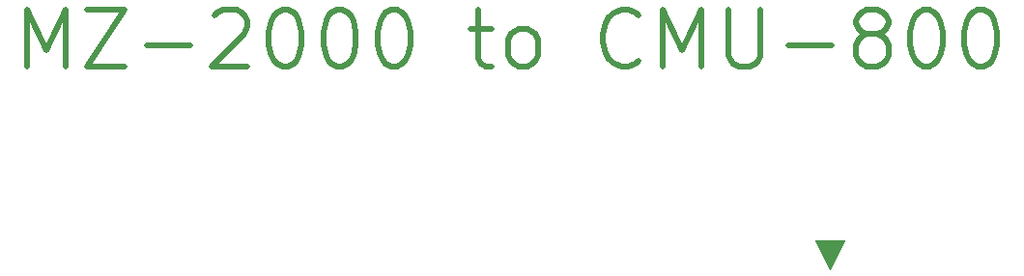
<source format=gto>
G04 #@! TF.GenerationSoftware,KiCad,Pcbnew,(5.1.9)-1*
G04 #@! TF.CreationDate,2025-11-10T06:51:50+09:00*
G04 #@! TF.ProjectId,MZ-2000_CMU,4d5a2d32-3030-4305-9f43-4d552e6b6963,rev?*
G04 #@! TF.SameCoordinates,PX20a6660PYbcc1c70*
G04 #@! TF.FileFunction,Legend,Top*
G04 #@! TF.FilePolarity,Positive*
%FSLAX46Y46*%
G04 Gerber Fmt 4.6, Leading zero omitted, Abs format (unit mm)*
G04 Created by KiCad (PCBNEW (5.1.9)-1) date 2025-11-10 06:51:50*
%MOMM*%
%LPD*%
G01*
G04 APERTURE LIST*
%ADD10C,0.100000*%
%ADD11C,0.500000*%
G04 APERTURE END LIST*
D10*
G36*
X83500000Y-4500000D02*
G01*
X82230000Y-1960000D01*
X84770000Y-1960000D01*
X83500000Y-4500000D01*
G37*
X83500000Y-4500000D02*
X82230000Y-1960000D01*
X84770000Y-1960000D01*
X83500000Y-4500000D01*
D11*
X13119047Y13238096D02*
X13119047Y18238096D01*
X14785714Y14666667D01*
X16452380Y18238096D01*
X16452380Y13238096D01*
X18357142Y18238096D02*
X21690476Y18238096D01*
X18357142Y13238096D01*
X21690476Y13238096D01*
X23595238Y15142858D02*
X27404761Y15142858D01*
X29547619Y17761905D02*
X29785714Y18000000D01*
X30261904Y18238096D01*
X31452380Y18238096D01*
X31928571Y18000000D01*
X32166666Y17761905D01*
X32404761Y17285715D01*
X32404761Y16809524D01*
X32166666Y16095239D01*
X29309523Y13238096D01*
X32404761Y13238096D01*
X35500000Y18238096D02*
X35976190Y18238096D01*
X36452380Y18000000D01*
X36690476Y17761905D01*
X36928571Y17285715D01*
X37166666Y16333334D01*
X37166666Y15142858D01*
X36928571Y14190477D01*
X36690476Y13714286D01*
X36452380Y13476191D01*
X35976190Y13238096D01*
X35500000Y13238096D01*
X35023809Y13476191D01*
X34785714Y13714286D01*
X34547619Y14190477D01*
X34309523Y15142858D01*
X34309523Y16333334D01*
X34547619Y17285715D01*
X34785714Y17761905D01*
X35023809Y18000000D01*
X35500000Y18238096D01*
X40261904Y18238096D02*
X40738095Y18238096D01*
X41214285Y18000000D01*
X41452380Y17761905D01*
X41690476Y17285715D01*
X41928571Y16333334D01*
X41928571Y15142858D01*
X41690476Y14190477D01*
X41452380Y13714286D01*
X41214285Y13476191D01*
X40738095Y13238096D01*
X40261904Y13238096D01*
X39785714Y13476191D01*
X39547619Y13714286D01*
X39309523Y14190477D01*
X39071428Y15142858D01*
X39071428Y16333334D01*
X39309523Y17285715D01*
X39547619Y17761905D01*
X39785714Y18000000D01*
X40261904Y18238096D01*
X45023809Y18238096D02*
X45500000Y18238096D01*
X45976190Y18000000D01*
X46214285Y17761905D01*
X46452380Y17285715D01*
X46690476Y16333334D01*
X46690476Y15142858D01*
X46452380Y14190477D01*
X46214285Y13714286D01*
X45976190Y13476191D01*
X45500000Y13238096D01*
X45023809Y13238096D01*
X44547619Y13476191D01*
X44309523Y13714286D01*
X44071428Y14190477D01*
X43833333Y15142858D01*
X43833333Y16333334D01*
X44071428Y17285715D01*
X44309523Y17761905D01*
X44547619Y18000000D01*
X45023809Y18238096D01*
X51928571Y16571429D02*
X53833333Y16571429D01*
X52642857Y18238096D02*
X52642857Y13952381D01*
X52880952Y13476191D01*
X53357142Y13238096D01*
X53833333Y13238096D01*
X56214285Y13238096D02*
X55738095Y13476191D01*
X55500000Y13714286D01*
X55261904Y14190477D01*
X55261904Y15619048D01*
X55500000Y16095239D01*
X55738095Y16333334D01*
X56214285Y16571429D01*
X56928571Y16571429D01*
X57404761Y16333334D01*
X57642857Y16095239D01*
X57880952Y15619048D01*
X57880952Y14190477D01*
X57642857Y13714286D01*
X57404761Y13476191D01*
X56928571Y13238096D01*
X56214285Y13238096D01*
X66690476Y13714286D02*
X66452380Y13476191D01*
X65738095Y13238096D01*
X65261904Y13238096D01*
X64547619Y13476191D01*
X64071428Y13952381D01*
X63833333Y14428572D01*
X63595238Y15380953D01*
X63595238Y16095239D01*
X63833333Y17047620D01*
X64071428Y17523810D01*
X64547619Y18000000D01*
X65261904Y18238096D01*
X65738095Y18238096D01*
X66452380Y18000000D01*
X66690476Y17761905D01*
X68833333Y13238096D02*
X68833333Y18238096D01*
X70500000Y14666667D01*
X72166666Y18238096D01*
X72166666Y13238096D01*
X74547619Y18238096D02*
X74547619Y14190477D01*
X74785714Y13714286D01*
X75023809Y13476191D01*
X75500000Y13238096D01*
X76452380Y13238096D01*
X76928571Y13476191D01*
X77166666Y13714286D01*
X77404761Y14190477D01*
X77404761Y18238096D01*
X79785714Y15142858D02*
X83595238Y15142858D01*
X86690476Y16095239D02*
X86214285Y16333334D01*
X85976190Y16571429D01*
X85738095Y17047620D01*
X85738095Y17285715D01*
X85976190Y17761905D01*
X86214285Y18000000D01*
X86690476Y18238096D01*
X87642857Y18238096D01*
X88119047Y18000000D01*
X88357142Y17761905D01*
X88595238Y17285715D01*
X88595238Y17047620D01*
X88357142Y16571429D01*
X88119047Y16333334D01*
X87642857Y16095239D01*
X86690476Y16095239D01*
X86214285Y15857143D01*
X85976190Y15619048D01*
X85738095Y15142858D01*
X85738095Y14190477D01*
X85976190Y13714286D01*
X86214285Y13476191D01*
X86690476Y13238096D01*
X87642857Y13238096D01*
X88119047Y13476191D01*
X88357142Y13714286D01*
X88595238Y14190477D01*
X88595238Y15142858D01*
X88357142Y15619048D01*
X88119047Y15857143D01*
X87642857Y16095239D01*
X91690476Y18238096D02*
X92166666Y18238096D01*
X92642857Y18000000D01*
X92880952Y17761905D01*
X93119047Y17285715D01*
X93357142Y16333334D01*
X93357142Y15142858D01*
X93119047Y14190477D01*
X92880952Y13714286D01*
X92642857Y13476191D01*
X92166666Y13238096D01*
X91690476Y13238096D01*
X91214285Y13476191D01*
X90976190Y13714286D01*
X90738095Y14190477D01*
X90500000Y15142858D01*
X90500000Y16333334D01*
X90738095Y17285715D01*
X90976190Y17761905D01*
X91214285Y18000000D01*
X91690476Y18238096D01*
X96452380Y18238096D02*
X96928571Y18238096D01*
X97404761Y18000000D01*
X97642857Y17761905D01*
X97880952Y17285715D01*
X98119047Y16333334D01*
X98119047Y15142858D01*
X97880952Y14190477D01*
X97642857Y13714286D01*
X97404761Y13476191D01*
X96928571Y13238096D01*
X96452380Y13238096D01*
X95976190Y13476191D01*
X95738095Y13714286D01*
X95500000Y14190477D01*
X95261904Y15142858D01*
X95261904Y16333334D01*
X95500000Y17285715D01*
X95738095Y17761905D01*
X95976190Y18000000D01*
X96452380Y18238096D01*
M02*

</source>
